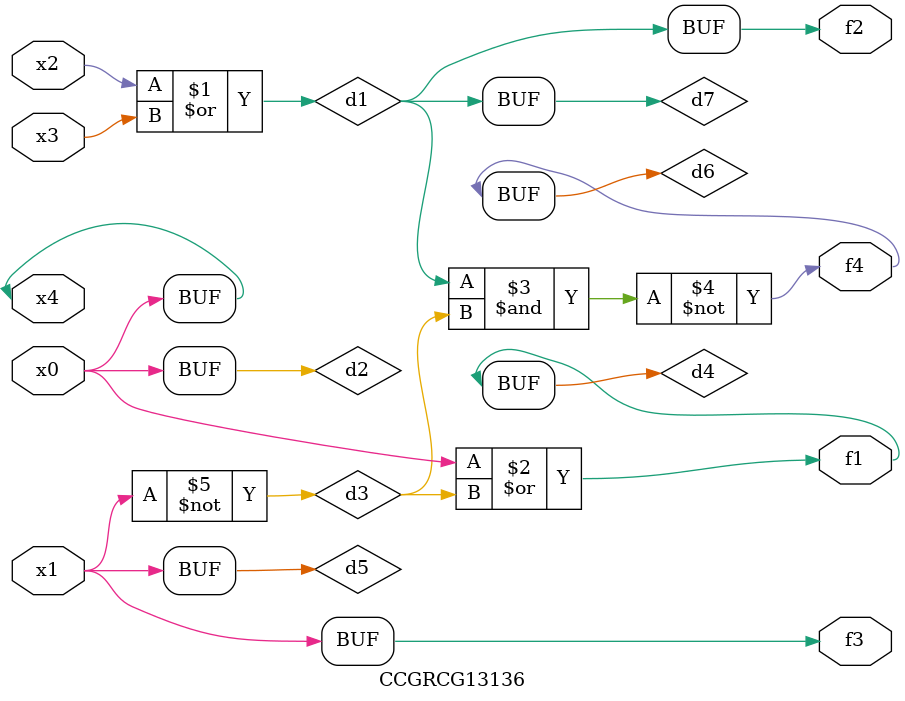
<source format=v>
module CCGRCG13136(
	input x0, x1, x2, x3, x4,
	output f1, f2, f3, f4
);

	wire d1, d2, d3, d4, d5, d6, d7;

	or (d1, x2, x3);
	buf (d2, x0, x4);
	not (d3, x1);
	or (d4, d2, d3);
	not (d5, d3);
	nand (d6, d1, d3);
	or (d7, d1);
	assign f1 = d4;
	assign f2 = d7;
	assign f3 = d5;
	assign f4 = d6;
endmodule

</source>
